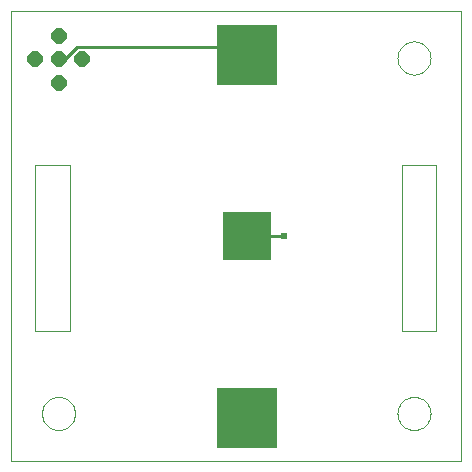
<source format=gbl>
G75*
G70*
%OFA0B0*%
%FSLAX24Y24*%
%IPPOS*%
%LPD*%
%AMOC8*
5,1,8,0,0,1.08239X$1,22.5*
%
%ADD10C,0.0000*%
%ADD11R,0.1600X0.1600*%
%ADD12R,0.2000X0.2000*%
%ADD13OC8,0.0515*%
%ADD14C,0.0100*%
%ADD15C,0.0240*%
D10*
X000101Y000101D02*
X000101Y015101D01*
X015101Y015101D01*
X015101Y000101D01*
X000101Y000101D01*
X001125Y001676D02*
X001127Y001723D01*
X001133Y001769D01*
X001143Y001815D01*
X001156Y001860D01*
X001174Y001903D01*
X001195Y001945D01*
X001219Y001985D01*
X001247Y002022D01*
X001278Y002057D01*
X001312Y002090D01*
X001348Y002119D01*
X001387Y002145D01*
X001428Y002168D01*
X001471Y002187D01*
X001515Y002203D01*
X001560Y002215D01*
X001606Y002223D01*
X001653Y002227D01*
X001699Y002227D01*
X001746Y002223D01*
X001792Y002215D01*
X001837Y002203D01*
X001881Y002187D01*
X001924Y002168D01*
X001965Y002145D01*
X002004Y002119D01*
X002040Y002090D01*
X002074Y002057D01*
X002105Y002022D01*
X002133Y001985D01*
X002157Y001945D01*
X002178Y001903D01*
X002196Y001860D01*
X002209Y001815D01*
X002219Y001769D01*
X002225Y001723D01*
X002227Y001676D01*
X002225Y001629D01*
X002219Y001583D01*
X002209Y001537D01*
X002196Y001492D01*
X002178Y001449D01*
X002157Y001407D01*
X002133Y001367D01*
X002105Y001330D01*
X002074Y001295D01*
X002040Y001262D01*
X002004Y001233D01*
X001965Y001207D01*
X001924Y001184D01*
X001881Y001165D01*
X001837Y001149D01*
X001792Y001137D01*
X001746Y001129D01*
X001699Y001125D01*
X001653Y001125D01*
X001606Y001129D01*
X001560Y001137D01*
X001515Y001149D01*
X001471Y001165D01*
X001428Y001184D01*
X001387Y001207D01*
X001348Y001233D01*
X001312Y001262D01*
X001278Y001295D01*
X001247Y001330D01*
X001219Y001367D01*
X001195Y001407D01*
X001174Y001449D01*
X001156Y001492D01*
X001143Y001537D01*
X001133Y001583D01*
X001127Y001629D01*
X001125Y001676D01*
X000888Y004431D02*
X000888Y009943D01*
X002069Y009943D01*
X002069Y004431D01*
X000888Y004431D01*
X013132Y004431D02*
X013132Y009943D01*
X014274Y009943D01*
X014274Y004431D01*
X013132Y004431D01*
X012975Y001676D02*
X012977Y001723D01*
X012983Y001769D01*
X012993Y001815D01*
X013006Y001860D01*
X013024Y001903D01*
X013045Y001945D01*
X013069Y001985D01*
X013097Y002022D01*
X013128Y002057D01*
X013162Y002090D01*
X013198Y002119D01*
X013237Y002145D01*
X013278Y002168D01*
X013321Y002187D01*
X013365Y002203D01*
X013410Y002215D01*
X013456Y002223D01*
X013503Y002227D01*
X013549Y002227D01*
X013596Y002223D01*
X013642Y002215D01*
X013687Y002203D01*
X013731Y002187D01*
X013774Y002168D01*
X013815Y002145D01*
X013854Y002119D01*
X013890Y002090D01*
X013924Y002057D01*
X013955Y002022D01*
X013983Y001985D01*
X014007Y001945D01*
X014028Y001903D01*
X014046Y001860D01*
X014059Y001815D01*
X014069Y001769D01*
X014075Y001723D01*
X014077Y001676D01*
X014075Y001629D01*
X014069Y001583D01*
X014059Y001537D01*
X014046Y001492D01*
X014028Y001449D01*
X014007Y001407D01*
X013983Y001367D01*
X013955Y001330D01*
X013924Y001295D01*
X013890Y001262D01*
X013854Y001233D01*
X013815Y001207D01*
X013774Y001184D01*
X013731Y001165D01*
X013687Y001149D01*
X013642Y001137D01*
X013596Y001129D01*
X013549Y001125D01*
X013503Y001125D01*
X013456Y001129D01*
X013410Y001137D01*
X013365Y001149D01*
X013321Y001165D01*
X013278Y001184D01*
X013237Y001207D01*
X013198Y001233D01*
X013162Y001262D01*
X013128Y001295D01*
X013097Y001330D01*
X013069Y001367D01*
X013045Y001407D01*
X013024Y001449D01*
X013006Y001492D01*
X012993Y001537D01*
X012983Y001583D01*
X012977Y001629D01*
X012975Y001676D01*
X012975Y013526D02*
X012977Y013573D01*
X012983Y013619D01*
X012993Y013665D01*
X013006Y013710D01*
X013024Y013753D01*
X013045Y013795D01*
X013069Y013835D01*
X013097Y013872D01*
X013128Y013907D01*
X013162Y013940D01*
X013198Y013969D01*
X013237Y013995D01*
X013278Y014018D01*
X013321Y014037D01*
X013365Y014053D01*
X013410Y014065D01*
X013456Y014073D01*
X013503Y014077D01*
X013549Y014077D01*
X013596Y014073D01*
X013642Y014065D01*
X013687Y014053D01*
X013731Y014037D01*
X013774Y014018D01*
X013815Y013995D01*
X013854Y013969D01*
X013890Y013940D01*
X013924Y013907D01*
X013955Y013872D01*
X013983Y013835D01*
X014007Y013795D01*
X014028Y013753D01*
X014046Y013710D01*
X014059Y013665D01*
X014069Y013619D01*
X014075Y013573D01*
X014077Y013526D01*
X014075Y013479D01*
X014069Y013433D01*
X014059Y013387D01*
X014046Y013342D01*
X014028Y013299D01*
X014007Y013257D01*
X013983Y013217D01*
X013955Y013180D01*
X013924Y013145D01*
X013890Y013112D01*
X013854Y013083D01*
X013815Y013057D01*
X013774Y013034D01*
X013731Y013015D01*
X013687Y012999D01*
X013642Y012987D01*
X013596Y012979D01*
X013549Y012975D01*
X013503Y012975D01*
X013456Y012979D01*
X013410Y012987D01*
X013365Y012999D01*
X013321Y013015D01*
X013278Y013034D01*
X013237Y013057D01*
X013198Y013083D01*
X013162Y013112D01*
X013128Y013145D01*
X013097Y013180D01*
X013069Y013217D01*
X013045Y013257D01*
X013024Y013299D01*
X013006Y013342D01*
X012993Y013387D01*
X012983Y013433D01*
X012977Y013479D01*
X012975Y013526D01*
D11*
X007975Y007581D03*
D12*
X007975Y001531D03*
X007975Y013631D03*
D13*
X002463Y013487D03*
X001676Y013487D03*
X001676Y014274D03*
X000888Y013487D03*
X001676Y012699D03*
D14*
X001676Y013487D02*
X001701Y013501D01*
X001901Y013501D01*
X002301Y013901D01*
X007701Y013901D01*
X007901Y013701D01*
X007975Y013631D01*
X008001Y007601D02*
X007975Y007581D01*
X008001Y007601D02*
X009201Y007601D01*
D15*
X009201Y007601D03*
M02*

</source>
